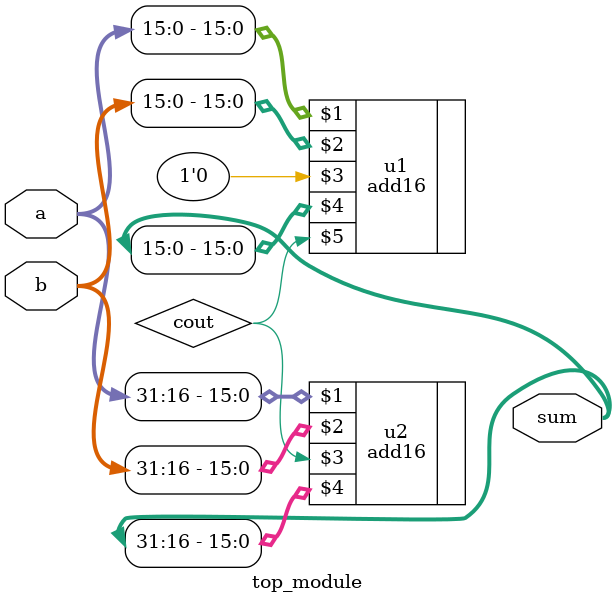
<source format=v>
module top_module(
    input [31:0] a,
    input [31:0] b,
    output [31:0] sum
);
    wire cout;
    add16 u1(a[15:0],b[15:0],1'b0,sum[15:0],cout);
    add16 u2(a[31:16],b[31:16],cout,sum[31:16]);
endmodule
</source>
